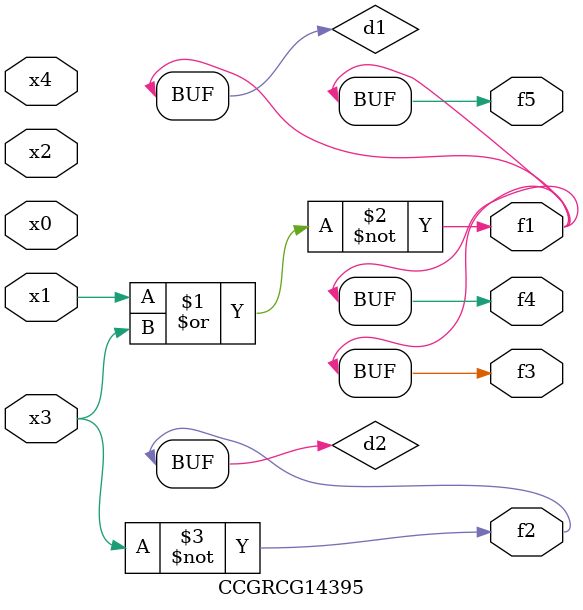
<source format=v>
module CCGRCG14395(
	input x0, x1, x2, x3, x4,
	output f1, f2, f3, f4, f5
);

	wire d1, d2;

	nor (d1, x1, x3);
	not (d2, x3);
	assign f1 = d1;
	assign f2 = d2;
	assign f3 = d1;
	assign f4 = d1;
	assign f5 = d1;
endmodule

</source>
